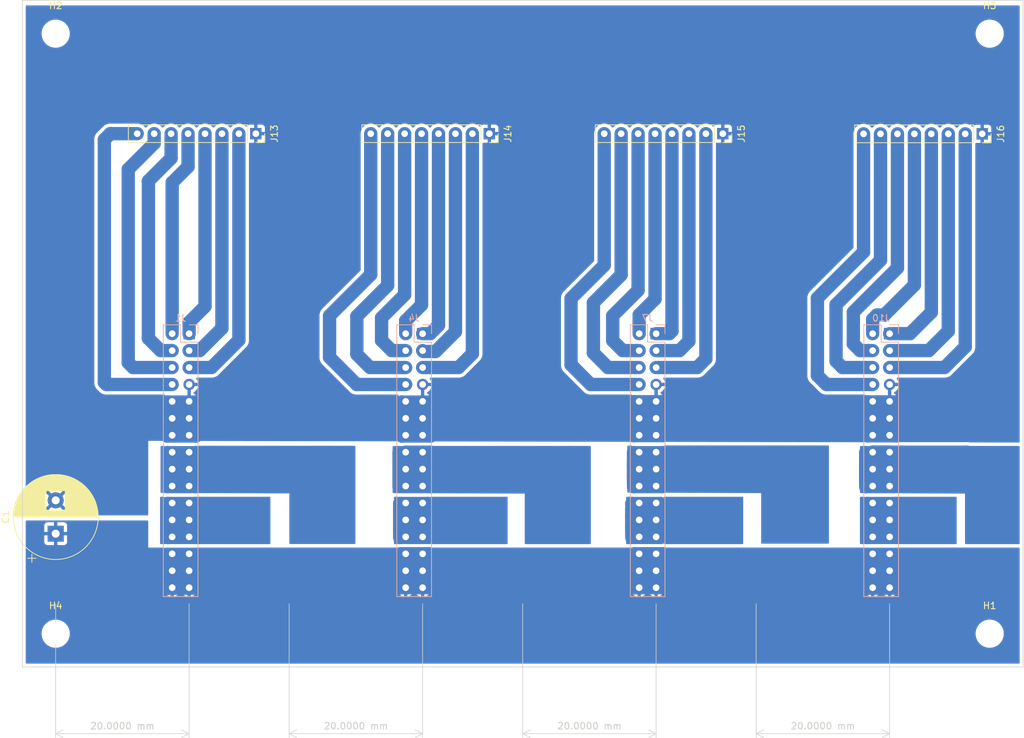
<source format=kicad_pcb>
(kicad_pcb (version 20211014) (generator pcbnew)
  (layers (0 "F.Cu" signal) (31 "B.Cu" signal) (34 "B.Paste" user) (35 "F.Paste" user) (36 "B.SilkS" user "B.Silkscreen") (37 "F.SilkS" user "F.Silkscreen") (38 "B.Mask" user) (39 "F.Mask" user) (44 "Edge.Cuts" user))
  (net 0 "")
  (net 1 "GND")
  (net 2 "1MA")
  (net 3 "1MB")
  (net 4 "+24V")
  (net 5 "2MA")
  (net 6 "2MB")
  (net 7 "3MA")
  (net 8 "3MB")
  (net 9 "4MA")
  (net 10 "4MB")
  (net 11 "1INA")
  (net 12 "1FULL")
  (net 13 "1BRK")
  (net 14 "1INB")
  (net 15 "1PSB")
  (net 16 "1PWM")
  (net 17 "1MOOD")
  (net 18 "2MOOD")
  (net 19 "2PWM")
  (net 20 "2PSB")
  (net 21 "2INB")
  (net 22 "2BRK")
  (net 23 "2FULL")
  (net 24 "2INA")
  (net 25 "3INA")
  (net 26 "3FULL")
  (net 27 "3BRK")
  (net 28 "3INB")
  (net 29 "3PSB")
  (net 30 "3PWM")
  (net 31 "3MOOD")
  (net 32 "4INA")
  (net 33 "4FULL")
  (net 34 "4BRK")
  (net 35 "4INB")
  (net 36 "4PSB")
  (net 37 "4PWM")
  (net 38 "4MOOD")
  (footprint "Capacitor_THT:CP_Radial_D12.5mm_P5.00mm" (layer "F.Cu") (at 105 130 90)
    (fp_text reference "C1" (at 2.5 -7.5 90) (layer "F.SilkS"))
    (fp_text value "C_Polarized")
    (pad "1" thru_hole rect (at 0 0 90) (size 2.4 2.4) (drill 1.2) (layers *.Cu *.Mask) (net 4 "+24V"))
    (pad "2" thru_hole circle (at 5 0 90) (size 2.4 2.4) (drill 1.2) (layers *.Cu *.Mask) (net 1 "GND"))
  )
  (footprint "MountingHole:MountingHole_3.2mm_M3" (layer "F.Cu") (at 245 145)
    (fp_text reference "H1" (at 0 -4.2) (layer "F.SilkS"))
    (fp_text value "MountingHole")
    (pad "" np_thru_hole circle (at 0 0) (size 3.2 3.2) (drill 3.2) (layers *.Cu *.Mask))
  )
  (footprint "Connector_PinSocket_2.54mm:PinSocket_1x08_P2.54mm_Vertical" (layer "F.Cu") (at 170 70 -90)
    (fp_text reference "J14" (at 0 -2.77 90) (layer "F.SilkS"))
    (fp_text value "Conn_01x08")
    (pad "1" thru_hole rect (at 0 0 270) (size 1.7 1.7) (drill 1) (layers *.Cu *.Mask) (net 1 "GND"))
    (pad "2" thru_hole oval (at 0 2.54 270) (size 1.7 1.7) (drill 1) (layers *.Cu *.Mask) (net 20 "2PSB"))
    (pad "3" thru_hole oval (at 0 5.08 270) (size 1.7 1.7) (drill 1) (layers *.Cu *.Mask) (net 22 "2BRK"))
    (pad "4" thru_hole oval (at 0 7.62 270) (size 1.7 1.7) (drill 1) (layers *.Cu *.Mask) (net 24 "2INA"))
    (pad "5" thru_hole oval (at 0 10.16 270) (size 1.7 1.7) (drill 1) (layers *.Cu *.Mask) (net 23 "2FULL"))
    (pad "6" thru_hole oval (at 0 12.7 270) (size 1.7 1.7) (drill 1) (layers *.Cu *.Mask) (net 21 "2INB"))
    (pad "7" thru_hole oval (at 0 15.24 270) (size 1.7 1.7) (drill 1) (layers *.Cu *.Mask) (net 19 "2PWM"))
    (pad "8" thru_hole oval (at 0 17.78 270) (size 1.7 1.7) (drill 1) (layers *.Cu *.Mask) (net 18 "2MOOD"))
  )
  (footprint "MountingHole:MountingHole_3.2mm_M3" (layer "F.Cu") (at 245 55)
    (fp_text reference "H3" (at 0 -4.2) (layer "F.SilkS"))
    (fp_text value "MountingHole")
    (pad "" np_thru_hole circle (at 0 0) (size 3.2 3.2) (drill 3.2) (layers *.Cu *.Mask))
  )
  (footprint "Connector_PinSocket_2.54mm:PinSocket_1x08_P2.54mm_Vertical" (layer "F.Cu") (at 205 70 -90)
    (fp_text reference "J15" (at 0 -2.77 90) (layer "F.SilkS"))
    (fp_text value "Conn_01x08")
    (pad "1" thru_hole rect (at 0 0 270) (size 1.7 1.7) (drill 1) (layers *.Cu *.Mask) (net 1 "GND"))
    (pad "2" thru_hole oval (at 0 2.54 270) (size 1.7 1.7) (drill 1) (layers *.Cu *.Mask) (net 29 "3PSB"))
    (pad "3" thru_hole oval (at 0 5.08 270) (size 1.7 1.7) (drill 1) (layers *.Cu *.Mask) (net 27 "3BRK"))
    (pad "4" thru_hole oval (at 0 7.62 270) (size 1.7 1.7) (drill 1) (layers *.Cu *.Mask) (net 25 "3INA"))
    (pad "5" thru_hole oval (at 0 10.16 270) (size 1.7 1.7) (drill 1) (layers *.Cu *.Mask) (net 26 "3FULL"))
    (pad "6" thru_hole oval (at 0 12.7 270) (size 1.7 1.7) (drill 1) (layers *.Cu *.Mask) (net 28 "3INB"))
    (pad "7" thru_hole oval (at 0 15.24 270) (size 1.7 1.7) (drill 1) (layers *.Cu *.Mask) (net 30 "3PWM"))
    (pad "8" thru_hole oval (at 0 17.78 270) (size 1.7 1.7) (drill 1) (layers *.Cu *.Mask) (net 31 "3MOOD"))
  )
  (footprint "Connector_PinSocket_2.54mm:PinSocket_1x08_P2.54mm_Vertical" (layer "F.Cu") (at 135 70 -90)
    (fp_text reference "J13" (at 0 -2.77 90) (layer "F.SilkS"))
    (fp_text value "Conn_01x08")
    (pad "1" thru_hole rect (at 0 0 270) (size 1.7 1.7) (drill 1) (layers *.Cu *.Mask) (net 1 "GND"))
    (pad "2" thru_hole oval (at 0 2.54 270) (size 1.7 1.7) (drill 1) (layers *.Cu *.Mask) (net 15 "1PSB"))
    (pad "3" thru_hole oval (at 0 5.08 270) (size 1.7 1.7) (drill 1) (layers *.Cu *.Mask) (net 13 "1BRK"))
    (pad "4" thru_hole oval (at 0 7.62 270) (size 1.7 1.7) (drill 1) (layers *.Cu *.Mask) (net 11 "1INA"))
    (pad "5" thru_hole oval (at 0 10.16 270) (size 1.7 1.7) (drill 1) (layers *.Cu *.Mask) (net 12 "1FULL"))
    (pad "6" thru_hole oval (at 0 12.7 270) (size 1.7 1.7) (drill 1) (layers *.Cu *.Mask) (net 14 "1INB"))
    (pad "7" thru_hole oval (at 0 15.24 270) (size 1.7 1.7) (drill 1) (layers *.Cu *.Mask) (net 16 "1PWM"))
    (pad "8" thru_hole oval (at 0 17.78 270) (size 1.7 1.7) (drill 1) (layers *.Cu *.Mask) (net 17 "1MOOD"))
  )
  (footprint "MountingHole:MountingHole_3.2mm_M3" (layer "F.Cu") (at 105 55)
    (fp_text reference "H2" (at 0 -4.2) (layer "F.SilkS"))
    (fp_text value "MountingHole")
    (pad "" np_thru_hole circle (at 0 0) (size 3.2 3.2) (drill 3.2) (layers *.Cu *.Mask))
  )
  (footprint "MountingHole:MountingHole_3.2mm_M3" (layer "F.Cu") (at 105 145)
    (fp_text reference "H4" (at 0 -4.2) (layer "F.SilkS"))
    (fp_text value "MountingHole")
    (pad "" np_thru_hole circle (at 0 0) (size 3.2 3.2) (drill 3.2) (layers *.Cu *.Mask))
  )
  (footprint "Connector_PinSocket_2.54mm:PinSocket_1x08_P2.54mm_Vertical" (layer "F.Cu") (at 243.875 70.025 -90)
    (fp_text reference "J16" (at 0 -2.77 90) (layer "F.SilkS"))
    (fp_text value "Conn_01x08")
    (pad "1" thru_hole rect (at 0 0 270) (size 1.7 1.7) (drill 1) (layers *.Cu *.Mask) (net 1 "GND"))
    (pad "2" thru_hole oval (at 0 2.54 270) (size 1.7 1.7) (drill 1) (layers *.Cu *.Mask) (net 36 "4PSB"))
    (pad "3" thru_hole oval (at 0 5.08 270) (size 1.7 1.7) (drill 1) (layers *.Cu *.Mask) (net 34 "4BRK"))
    (pad "4" thru_hole oval (at 0 7.62 270) (size 1.7 1.7) (drill 1) (layers *.Cu *.Mask) (net 32 "4INA"))
    (pad "5" thru_hole oval (at 0 10.16 270) (size 1.7 1.7) (drill 1) (layers *.Cu *.Mask) (net 33 "4FULL"))
    (pad "6" thru_hole oval (at 0 12.7 270) (size 1.7 1.7) (drill 1) (layers *.Cu *.Mask) (net 35 "4INB"))
    (pad "7" thru_hole oval (at 0 15.24 270) (size 1.7 1.7) (drill 1) (layers *.Cu *.Mask) (net 37 "4PWM"))
    (pad "8" thru_hole oval (at 0 17.78 270) (size 1.7 1.7) (drill 1) (layers *.Cu *.Mask) (net 38 "4MOOD"))
  )
  (footprint "Connector_PinHeader_2.54mm:PinHeader_2x16_P2.54mm_Vertical" (layer "B.Cu") (at 195 100 180)
    (fp_text reference "J7" (at 1.27 2.33) (layer "B.SilkS") (effects (justify mirror)))
    (fp_text value "Conn_02x16_Odd_Even")
    (pad "1" thru_hole rect (at 0 0 180) (size 1.7 1.7) (drill 1) (layers *.Cu *.Mask) (net 25 "3INA"))
    (pad "2" thru_hole oval (at 2.54 0 180) (size 1.7 1.7) (drill 1) (layers *.Cu *.Mask) (net 26 "3FULL"))
    (pad "3" thru_hole oval (at 0 -2.54 180) (size 1.7 1.7) (drill 1) (layers *.Cu *.Mask) (net 27 "3BRK"))
    (pad "4" thru_hole oval (at 2.54 -2.54 180) (size 1.7 1.7) (drill 1) (layers *.Cu *.Mask) (net 28 "3INB"))
    (pad "5" thru_hole oval (at 0 -5.08 180) (size 1.7 1.7) (drill 1) (layers *.Cu *.Mask) (net 29 "3PSB"))
    (pad "6" thru_hole oval (at 2.54 -5.08 180) (size 1.7 1.7) (drill 1) (layers *.Cu *.Mask) (net 30 "3PWM"))
    (pad "7" thru_hole oval (at 0 -7.62 180) (size 1.7 1.7) (drill 1) (layers *.Cu *.Mask) (net 1 "GND"))
    (pad "8" thru_hole oval (at 2.54 -7.62 180) (size 1.7 1.7) (drill 1) (layers *.Cu *.Mask) (net 31 "3MOOD"))
    (pad "9" thru_hole oval (at 0 -10.16 180) (size 1.7 1.7) (drill 1) (layers *.Cu *.Mask) (net 1 "GND"))
    (pad "10" thru_hole oval (at 2.54 -10.16 180) (size 1.7 1.7) (drill 1) (layers *.Cu *.Mask) (net 1 "GND"))
    (pad "11" thru_hole oval (at 0 -12.7 180) (size 1.7 1.7) (drill 1) (layers *.Cu *.Mask) (net 1 "GND"))
    (pad "12" thru_hole oval (at 2.54 -12.7 180) (size 1.7 1.7) (drill 1) (layers *.Cu *.Mask) (net 1 "GND"))
    (pad "13" thru_hole oval (at 0 -15.24 180) (size 1.7 1.7) (drill 1) (layers *.Cu *.Mask) (net 1 "GND"))
    (pad "14" thru_hole oval (at 2.54 -15.24 180) (size 1.7 1.7) (drill 1) (layers *.Cu *.Mask) (net 1 "GND"))
    (pad "15" thru_hole oval (at 0 -17.78 180) (size 1.7 1.7) (drill 1) (layers *.Cu *.Mask) (net 7 "3MA"))
    (pad "16" thru_hole oval (at 2.54 -17.78 180) (size 1.7 1.7) (drill 1) (layers *.Cu *.Mask) (net 7 "3MA"))
    (pad "17" thru_hole oval (at 0 -20.32 180) (size 1.7 1.7) (drill 1) (layers *.Cu *.Mask) (net 7 "3MA"))
    (pad "18" thru_hole oval (at 2.54 -20.32 180) (size 1.7 1.7) (drill 1) (layers *.Cu *.Mask) (net 7 "3MA"))
    (pad "19" thru_hole oval (at 0 -22.86 180) (size 1.7 1.7) (drill 1) (layers *.Cu *.Mask) (net 7 "3MA"))
    (pad "20" thru_hole oval (at 2.54 -22.86 180) (size 1.7 1.7) (drill 1) (layers *.Cu *.Mask) (net 7 "3MA"))
    (pad "21" thru_hole oval (at 0 -25.4 180) (size 1.7 1.7) (drill 1) (layers *.Cu *.Mask) (net 8 "3MB"))
    (pad "22" thru_hole oval (at 2.54 -25.4 180) (size 1.7 1.7) (drill 1) (layers *.Cu *.Mask) (net 8 "3MB"))
    (pad "23" thru_hole oval (at 0 -27.94 180) (size 1.7 1.7) (drill 1) (layers *.Cu *.Mask) (net 8 "3MB"))
    (pad "24" thru_hole oval (at 2.54 -27.94 180) (size 1.7 1.7) (drill 1) (layers *.Cu *.Mask) (net 8 "3MB"))
    (pad "25" thru_hole oval (at 0 -30.48 180) (size 1.7 1.7) (drill 1) (layers *.Cu *.Mask) (net 8 "3MB"))
    (pad "26" thru_hole oval (at 2.54 -30.48 180) (size 1.7 1.7) (drill 1) (layers *.Cu *.Mask) (net 8 "3MB"))
    (pad "27" thru_hole oval (at 0 -33.02 180) (size 1.7 1.7) (drill 1) (layers *.Cu *.Mask) (net 4 "+24V"))
    (pad "28" thru_hole oval (at 2.54 -33.02 180) (size 1.7 1.7) (drill 1) (layers *.Cu *.Mask) (net 4 "+24V"))
    (pad "29" thru_hole oval (at 0 -35.56 180) (size 1.7 1.7) (drill 1) (layers *.Cu *.Mask) (net 4 "+24V"))
    (pad "30" thru_hole oval (at 2.54 -35.56 180) (size 1.7 1.7) (drill 1) (layers *.Cu *.Mask) (net 4 "+24V"))
    (pad "31" thru_hole oval (at 0 -38.1 180) (size 1.7 1.7) (drill 1) (layers *.Cu *.Mask) (net 4 "+24V"))
    (pad "32" thru_hole oval (at 2.54 -38.1 180) (size 1.7 1.7) (drill 1) (layers *.Cu *.Mask) (net 4 "+24V"))
  )
  (footprint "Connector_PinHeader_2.54mm:PinHeader_2x16_P2.54mm_Vertical" (layer "B.Cu") (at 160 100 180)
    (fp_text reference "J4" (at 1.27 2.33) (layer "B.SilkS") (effects (justify mirror)))
    (fp_text value "Conn_02x16_Odd_Even")
    (pad "1" thru_hole rect (at 0 0 180) (size 1.7 1.7) (drill 1) (layers *.Cu *.Mask) (net 24 "2INA"))
    (pad "2" thru_hole oval (at 2.54 0 180) (size 1.7 1.7) (drill 1) (layers *.Cu *.Mask) (net 23 "2FULL"))
    (pad "3" thru_hole oval (at 0 -2.54 180) (size 1.7 1.7) (drill 1) (layers *.Cu *.Mask) (net 22 "2BRK"))
    (pad "4" thru_hole oval (at 2.54 -2.54 180) (size 1.7 1.7) (drill 1) (layers *.Cu *.Mask) (net 21 "2INB"))
    (pad "5" thru_hole oval (at 0 -5.08 180) (size 1.7 1.7) (drill 1) (layers *.Cu *.Mask) (net 20 "2PSB"))
    (pad "6" thru_hole oval (at 2.54 -5.08 180) (size 1.7 1.7) (drill 1) (layers *.Cu *.Mask) (net 19 "2PWM"))
    (pad "7" thru_hole oval (at 0 -7.62 180) (size 1.7 1.7) (drill 1) (layers *.Cu *.Mask) (net 1 "GND"))
    (pad "8" thru_hole oval (at 2.54 -7.62 180) (size 1.7 1.7) (drill 1) (layers *.Cu *.Mask) (net 18 "2MOOD"))
    (pad "9" thru_hole oval (at 0 -10.16 180) (size 1.7 1.7) (drill 1) (layers *.Cu *.Mask) (net 1 "GND"))
    (pad "10" thru_hole oval (at 2.54 -10.16 180) (size 1.7 1.7) (drill 1) (layers *.Cu *.Mask) (net 1 "GND"))
    (pad "11" thru_hole oval (at 0 -12.7 180) (size 1.7 1.7) (drill 1) (layers *.Cu *.Mask) (net 1 "GND"))
    (pad "12" thru_hole oval (at 2.54 -12.7 180) (size 1.7 1.7) (drill 1) (layers *.Cu *.Mask) (net 1 "GND"))
    (pad "13" thru_hole oval (at 0 -15.24 180) (size 1.7 1.7) (drill 1) (layers *.Cu *.Mask) (net 1 "GND"))
    (pad "14" thru_hole oval (at 2.54 -15.24 180) (size 1.7 1.7) (drill 1) (layers *.Cu *.Mask) (net 1 "GND"))
    (pad "15" thru_hole oval (at 0 -17.78 180) (size 1.7 1.7) (drill 1) (layers *.Cu *.Mask) (net 5 "2MA"))
    (pad "16" thru_hole oval (at 2.54 -17.78 180) (size 1.7 1.7) (drill 1) (layers *.Cu *.Mask) (net 5 "2MA"))
    (pad "17" thru_hole oval (at 0 -20.32 180) (size 1.7 1.7) (drill 1) (layers *.Cu *.Mask) (net 5 "2MA"))
    (pad "18" thru_hole oval (at 2.54 -20.32 180) (size 1.7 1.7) (drill 1) (layers *.Cu *.Mask) (net 5 "2MA"))
    (pad "19" thru_hole oval (at 0 -22.86 180) (size 1.7 1.7) (drill 1) (layers *.Cu *.Mask) (net 5 "2MA"))
    (pad "20" thru_hole oval (at 2.54 -22.86 180) (size 1.7 1.7) (drill 1) (layers *.Cu *.Mask) (net 5 "2MA"))
    (pad "21" thru_hole oval (at 0 -25.4 180) (size 1.7 1.7) (drill 1) (layers *.Cu *.Mask) (net 6 "2MB"))
    (pad "22" thru_hole oval (at 2.54 -25.4 180) (size 1.7 1.7) (drill 1) (layers *.Cu *.Mask) (net 6 "2MB"))
    (pad "23" thru_hole oval (at 0 -27.94 180) (size 1.7 1.7) (drill 1) (layers *.Cu *.Mask) (net 6 "2MB"))
    (pad "24" thru_hole oval (at 2.54 -27.94 180) (size 1.7 1.7) (drill 1) (layers *.Cu *.Mask) (net 6 "2MB"))
    (pad "25" thru_hole oval (at 0 -30.48 180) (size 1.7 1.7) (drill 1) (layers *.Cu *.Mask) (net 6 "2MB"))
    (pad "26" thru_hole oval (at 2.54 -30.48 180) (size 1.7 1.7) (drill 1) (layers *.Cu *.Mask) (net 6 "2MB"))
    (pad "27" thru_hole oval (at 0 -33.02 180) (size 1.7 1.7) (drill 1) (layers *.Cu *.Mask) (net 4 "+24V"))
    (pad "28" thru_hole oval (at 2.54 -33.02 180) (size 1.7 1.7) (drill 1) (layers *.Cu *.Mask) (net 4 "+24V"))
    (pad "29" thru_hole oval (at 0 -35.56 180) (size 1.7 1.7) (drill 1) (layers *.Cu *.Mask) (net 4 "+24V"))
    (pad "30" thru_hole oval (at 2.54 -35.56 180) (size 1.7 1.7) (drill 1) (layers *.Cu *.Mask) (net 4 "+24V"))
    (pad "31" thru_hole oval (at 0 -38.1 180) (size 1.7 1.7) (drill 1) (layers *.Cu *.Mask) (net 4 "+24V"))
    (pad "32" thru_hole oval (at 2.54 -38.1 180) (size 1.7 1.7) (drill 1) (layers *.Cu *.Mask) (net 4 "+24V"))
  )
  (footprint "Connector_PinHeader_2.54mm:PinHeader_2x16_P2.54mm_Vertical" (layer "B.Cu") (at 230 100 180)
    (fp_text reference "J10" (at 1.27 2.33) (layer "B.SilkS") (effects (justify mirror)))
    (fp_text value "Conn_02x16_Odd_Even")
    (pad "1" thru_hole rect (at 0 0 180) (size 1.7 1.7) (drill 1) (layers *.Cu *.Mask) (net 32 "4INA"))
    (pad "2" thru_hole oval (at 2.54 0 180) (size 1.7 1.7) (drill 1) (layers *.Cu *.Mask) (net 33 "4FULL"))
    (pad "3" thru_hole oval (at 0 -2.54 180) (size 1.7 1.7) (drill 1) (layers *.Cu *.Mask) (net 34 "4BRK"))
    (pad "4" thru_hole oval (at 2.54 -2.54 180) (size 1.7 1.7) (drill 1) (layers *.Cu *.Mask) (net 35 "4INB"))
    (pad "5" thru_hole oval (at 0 -5.08 180) (size 1.7 1.7) (drill 1) (layers *.Cu *.Mask) (net 36 "4PSB"))
    (pad "6" thru_hole oval (at 2.54 -5.08 180) (size 1.7 1.7) (drill 1) (layers *.Cu *.Mask) (net 37 "4PWM"))
    (pad "7" thru_hole oval (at 0 -7.62 180) (size 1.7 1.7) (drill 1) (layers *.Cu *.Mask) (net 1 "GND"))
    (pad "8" thru_hole oval (at 2.54 -7.62 180) (size 1.7 1.7) (drill 1) (layers *.Cu *.Mask) (net 38 "4MOOD"))
    (pad "9" thru_hole oval (at 0 -10.16 180) (size 1.7 1.7) (drill 1) (layers *.Cu *.Mask) (net 1 "GND"))
    (pad "10" thru_hole oval (at 2.54 -10.16 180) (size 1.7 1.7) (drill 1) (layers *.Cu *.Mask) (net 1 "GND"))
    (pad "11" thru_hole oval (at 0 -12.7 180) (size 1.7 1.7) (drill 1) (layers *.Cu *.Mask) (net 1 "GND"))
    (pad "12" thru_hole oval (at 2.54 -12.7 180) (size 1.7 1.7) (drill 1) (layers *.Cu *.Mask) (net 1 "GND"))
    (pad "13" thru_hole oval (at 0 -15.24 180) (size 1.7 1.7) (drill 1) (layers *.Cu *.Mask) (net 1 "GND"))
    (pad "14" thru_hole oval (at 2.54 -15.24 180) (size 1.7 1.7) (drill 1) (layers *.Cu *.Mask) (net 1 "GND"))
    (pad "15" thru_hole oval (at 0 -17.78 180) (size 1.7 1.7) (drill 1) (layers *.Cu *.Mask) (net 9 "4MA"))
    (pad "16" thru_hole oval (at 2.54 -17.78 180) (size 1.7 1.7) (drill 1) (layers *.Cu *.Mask) (net 9 "4MA"))
    (pad "17" thru_hole oval (at 0 -20.32 180) (size 1.7 1.7) (drill 1) (layers *.Cu *.Mask) (net 9 "4MA"))
    (pad "18" thru_hole oval (at 2.54 -20.32 180) (size 1.7 1.7) (drill 1) (layers *.Cu *.Mask) (net 9 "4MA"))
    (pad "19" thru_hole oval (at 0 -22.86 180) (size 1.7 1.7) (drill 1) (layers *.Cu *.Mask) (net 9 "4MA"))
    (pad "20" thru_hole oval (at 2.54 -22.86 180) (size 1.7 1.7) (drill 1) (layers *.Cu *.Mask) (net 9 "4MA"))
    (pad "21" thru_hole oval (at 0 -25.4 180) (size 1.7 1.7) (drill 1) (layers *.Cu *.Mask) (net 10 "4MB"))
    (pad "22" thru_hole oval (at 2.54 -25.4 180) (size 1.7 1.7) (drill 1) (layers *.Cu *.Mask) (net 10 "4MB"))
    (pad "23" thru_hole oval (at 0 -27.94 180) (size 1.7 1.7) (drill 1) (layers *.Cu *.Mask) (net 10 "4MB"))
    (pad "24" thru_hole oval (at 2.54 -27.94 180) (size 1.7 1.7) (drill 1) (layers *.Cu *.Mask) (net 10 "4MB"))
    (pad "25" thru_hole oval (at 0 -30.48 180) (size 1.7 1.7) (drill 1) (layers *.Cu *.Mask) (net 10 "4MB"))
    (pad "26" thru_hole oval (at 2.54 -30.48 180) (size 1.7 1.7) (drill 1) (layers *.Cu *.Mask) (net 10 "4MB"))
    (pad "27" thru_hole oval (at 0 -33.02 180) (size 1.7 1.7) (drill 1) (layers *.Cu *.Mask) (net 4 "+24V"))
    (pad "28" thru_hole oval (at 2.54 -33.02 180) (size 1.7 1.7) (drill 1) (layers *.Cu *.Mask) (net 4 "+24V"))
    (pad "29" thru_hole oval (at 0 -35.56 180) (size 1.7 1.7) (drill 1) (layers *.Cu *.Mask) (net 4 "+24V"))
    (pad "30" thru_hole oval (at 2.54 -35.56 180) (size 1.7 1.7) (drill 1) (layers *.Cu *.Mask) (net 4 "+24V"))
    (pad "31" thru_hole oval (at 0 -38.1 180) (size 1.7 1.7) (drill 1) (layers *.Cu *.Mask) (net 4 "+24V"))
    (pad "32" thru_hole oval (at 2.54 -38.1 180) (size 1.7 1.7) (drill 1) (layers *.Cu *.Mask) (net 4 "+24V"))
  )
  (footprint "Connector_PinHeader_2.54mm:PinHeader_2x16_P2.54mm_Vertical" (layer "B.Cu") (at 125 100 180)
    (fp_text reference "J1" (at 1.27 2.33) (layer "B.SilkS") (effects (justify mirror)))
    (fp_text value "Conn_02x16_Odd_Even")
    (pad "1" thru_hole rect (at 0 0 180) (size 1.7 1.7) (drill 1) (layers *.Cu *.Mask) (net 11 "1INA"))
    (pad "2" thru_hole oval (at 2.54 0 180) (size 1.7 1.7) (drill 1) (layers *.Cu *.Mask) (net 12 "1FULL"))
    (pad "3" thru_hole oval (at 0 -2.54 180) (size 1.7 1.7) (drill 1) (layers *.Cu *.Mask) (net 13 "1BRK"))
    (pad "4" thru_hole oval (at 2.54 -2.54 180) (size 1.7 1.7) (drill 1) (layers *.Cu *.Mask) (net 14 "1INB"))
    (pad "5" thru_hole oval (at 0 -5.08 180) (size 1.7 1.7) (drill 1) (layers *.Cu *.Mask) (net 15 "1PSB"))
    (pad "6" thru_hole oval (at 2.54 -5.08 180) (size 1.7 1.7) (drill 1) (layers *.Cu *.Mask) (net 16 "1PWM"))
    (pad "7" thru_hole oval (at 0 -7.62 180) (size 1.7 1.7) (drill 1) (layers *.Cu *.Mask) (net 1 "GND"))
    (pad "8" thru_hole oval (at 2.54 -7.62 180) (size 1.7 1.7) (drill 1) (layers *.Cu *.Mask) (net 17 "1MOOD"))
    (pad "9" thru_hole oval (at 0 -10.16 180) (size 1.7 1.7) (drill 1) (layers *.Cu *.Mask) (net 1 "GND"))
    (pad "10" thru_hole oval (at 2.54 -10.16 180) (size 1.7 1.7) (drill 1) (layers *.Cu *.Mask) (net 1 "GND"))
    (pad "11" thru_hole oval (at 0 -12.7 180) (size 1.7 1.7) (drill 1) (layers *.Cu *.Mask) (net 1 "GND"))
    (pad "12" thru_hole oval (at 2.54 -12.7 180) (size 1.7 1.7) (drill 1) (layers *.Cu *.Mask) (net 1 "GND"))
    (pad "13" thru_hole oval (at 0 -15.24 180) (size 1.7 1.7) (drill 1) (layers *.Cu *.Mask) (net 1 "GND"))
    (pad "14" thru_hole oval (at 2.54 -15.24 180) (size 1.7 1.7) (drill 1) (layers *.Cu *.Mask) (net 1 "GND"))
    (pad "15" thru_hole oval (at 0 -17.78 180) (size 1.7 1.7) (drill 1) (layers *.Cu *.Mask) (net 2 "1MA"))
    (pad "16" thru_hole oval (at 2.54 -17.78 180) (size 1.7 1.7) (drill 1) (layers *.Cu *.Mask) (net 2 "1MA"))
    (pad "17" thru_hole oval (at 0 -20.32 180) (size 1.7 1.7) (drill 1) (layers *.Cu *.Mask) (net 2 "1MA"))
    (pad "18" thru_hole oval (at 2.54 -20.32 180) (size 1.7 1.7) (drill 1) (layers *.Cu *.Mask) (net 2 "1MA"))
    (pad "19" thru_hole oval (at 0 -22.86 180) (size 1.7 1.7) (drill 1) (layers *.Cu *.Mask) (net 2 "1MA"))
    (pad "20" thru_hole oval (at 2.54 -22.86 180) (size 1.7 1.7) (drill 1) (layers *.Cu *.Mask) (net 2 "1MA"))
    (pad "21" thru_hole oval (at 0 -25.4 180) (size 1.7 1.7) (drill 1) (layers *.Cu *.Mask) (net 3 "1MB"))
    (pad "22" thru_hole oval (at 2.54 -25.4 180) (size 1.7 1.7) (drill 1) (layers *.Cu *.Mask) (net 3 "1MB"))
    (pad "23" thru_hole oval (at 0 -27.94 180) (size 1.7 1.7) (drill 1) (layers *.Cu *.Mask) (net 3 "1MB"))
    (pad "24" thru_hole oval (at 2.54 -27.94 180) (size 1.7 1.7) (drill 1) (layers *.Cu *.Mask) (net 3 "1MB"))
    (pad "25" thru_hole oval (at 0 -30.48 180) (size 1.7 1.7) (drill 1) (layers *.Cu *.Mask) (net 3 "1MB"))
    (pad "26" thru_hole oval (at 2.54 -30.48 180) (size 1.7 1.7) (drill 1) (layers *.Cu *.Mask) (net 3 "1MB"))
    (pad "27" thru_hole oval (at 0 -33.02 180) (size 1.7 1.7) (drill 1) (layers *.Cu *.Mask) (net 4 "+24V"))
    (pad "28" thru_hole oval (at 2.54 -33.02 180) (size 1.7 1.7) (drill 1) (layers *.Cu *.Mask) (net 4 "+24V"))
    (pad "29" thru_hole oval (at 0 -35.56 180) (size 1.7 1.7) (drill 1) (layers *.Cu *.Mask) (net 4 "+24V"))
    (pad "30" thru_hole oval (at 2.54 -35.56 180) (size 1.7 1.7) (drill 1) (layers *.Cu *.Mask) (net 4 "+24V"))
    (pad "31" thru_hole oval (at 0 -38.1 180) (size 1.7 1.7) (drill 1) (layers *.Cu *.Mask) (net 4 "+24V"))
    (pad "32" thru_hole oval (at 2.54 -38.1 180) (size 1.7 1.7) (drill 1) (layers *.Cu *.Mask) (net 4 "+24V"))
  )
  (gr_rect (start 100 50) (end 250 150) (layer "Edge.Cuts") (width 0.1) (fill none))
  (dimension (type aligned) (layer "Edge.Cuts") (pts (xy 160 140) (xy 140 140)) (height -20) (gr_text "20.0000 mm" (at 150 158.85) (layer "Edge.Cuts") (effects (font (size 1 1) (thickness 0.15)))) (format (units 3) (units_format 1) (precision 4)) (style (thickness 0.1) (arrow_length 1.27) (text_position_mode 0) (extension_height 0.58642) (extension_offset 0.5) keep_text_aligned))
  (dimension (type aligned) (layer "Edge.Cuts") (pts (xy 230 140) (xy 210 140)) (height -20) (gr_text "20.0000 mm" (at 220 158.85) (layer "Edge.Cuts") (effects (font (size 1 1) (thickness 0.15)))) (format (units 3) (units_format 1) (precision 4)) (style (thickness 0.1) (arrow_length 1.27) (text_position_mode 0) (extension_height 0.58642) (extension_offset 0.5) keep_text_aligned))
  (dimension (type aligned) (layer "Edge.Cuts") (pts (xy 195 140) (xy 175 140)) (height -20) (gr_text "20.0000 mm" (at 185 158.85) (layer "Edge.Cuts") (effects (font (size 1 1) (thickness 0.15)))) (format (units 3) (units_format 1) (precision 4)) (style (thickness 0.1) (arrow_length 1.27) (text_position_mode 0) (extension_height 0.58642) (extension_offset 0.5) keep_text_aligned))
  (dimension (type aligned) (layer "Edge.Cuts") (pts (xy 125 140) (xy 105 140)) (height -20) (gr_text "20.0000 mm" (at 115 158.85) (layer "Edge.Cuts") (effects (font (size 1 1) (thickness 0.15)))) (format (units 3) (units_format 1) (precision 4)) (style (thickness 0.1) (arrow_length 1.27) (text_position_mode 0) (extension_height 0.58642) (extension_offset 0.5) keep_text_aligned))
  (segment (start 126.0221 115.3414) (end 121.7803 115.3414) (width 2) (layer "B.Cu") (net 1))
  (segment (start 161.1376 114.4905) (end 161.1376 110.2487) (width 2) (layer "B.Cu") (net 1))
  (segment (start 125.9586 114.4905) (end 125.9586 110.2487) (width 2) (layer "B.Cu") (net 1))
  (segment (start 156.8958 110.2614) (end 161.1376 110.2614) (width 2) (layer "B.Cu") (net 1))
  (segment (start 191.643 115.316) (end 191.643 111.0742) (width 2) (layer "B.Cu") (net 1))
  (segment (start 191.6303 113.7412) (end 195.8721 113.7412) (width 2) (layer "B.Cu") (net 1))
  (segment (start 226.695 110.236) (end 230.9368 110.236) (width 2) (layer "B.Cu") (net 1))
  (segment (start 226.695 115.3414) (end 226.695 111.0996) (width 2) (layer "B.Cu") (net 1))
  (segment (start 191.6303 111.9886) (end 195.8721 111.9886) (width 2) (layer "B.Cu") (net 1))
  (segment (start 195.9483 115.2906) (end 191.7065 115.2906) (width 2) (layer "B.Cu") (net 1))
  (segment (start 121.7168 114.4905) (end 121.7168 110.2487) (width 2) (layer "B.Cu") (net 1))
  (segment (start 121.7168 115.3668) (end 121.7168 111.125) (width 2) (layer "B.Cu") (net 1))
  (segment (start 121.7041 112.0394) (end 125.9459 112.0394) (width 2) (layer "B.Cu") (net 1))
  (segment (start 230.9368 114.4651) (end 230.9368 110.2233) (width 2) (layer "B.Cu") (net 1))
  (segment (start 226.695 114.4651) (end 226.695 110.2233) (width 2) (layer "B.Cu") (net 1))
  (segment (start 226.6823 113.7666) (end 230.9241 113.7666) (width 2) (layer "B.Cu") (net 1))
  (segment (start 121.7168 110.2614) (end 125.9586 110.2614) (width 2) (layer "B.Cu") (net 1))
  (segment (start 195.9356 115.3033) (end 195.9356 111.0615) (width 2) (layer "B.Cu") (net 1))
  (segment (start 226.6823 112.014) (end 230.9241 112.014) (width 2) (layer "B.Cu") (net 1))
  (segment (start 121.7041 113.792) (end 125.9459 113.792) (width 2) (layer "B.Cu") (net 1))
  (segment (start 161.2011 115.3414) (end 156.9593 115.3414) (width 2) (layer "B.Cu") (net 1))
  (segment (start 156.8831 112.0394) (end 161.1249 112.0394) (width 2) (layer "B.Cu") (net 1))
  (segment (start 161.1884 115.3541) (end 161.1884 111.1123) (width 2) (layer "B.Cu") (net 1))
  (segment (start 191.643 110.2106) (end 195.8848 110.2106) (width 2) (layer "B.Cu") (net 1))
  (segment (start 231.0003 115.316) (end 226.7585 115.316) (width 2) (layer "B.Cu") (net 1))
  (segment (start 156.8831 113.792) (end 161.1249 113.792) (width 2) (layer "B.Cu") (net 1))
  (segment (start 230.9876 115.3287) (end 230.9876 111.0869) (width 2) (layer "B.Cu") (net 1))
  (segment (start 156.8958 115.3668) (end 156.8958 111.125) (width 2) (layer "B.Cu") (net 1))
  (segment (start 195.8848 114.4397) (end 195.8848 110.1979) (width 2) (layer "B.Cu") (net 1))
  (segment (start 156.8958 114.4905) (end 156.8958 110.2487) (width 2) (layer "B.Cu") (net 1))
  (segment (start 126.0094 115.3541) (end 126.0094 111.1123) (width 2) (layer "B.Cu") (net 1))
  (segment (start 191.643 114.4397) (end 191.643 110.1979) (width 2) (layer "B.Cu") (net 1))
  (segment (start 121.7676 117.856) (end 126.0094 117.856) (width 2) (layer "B.Cu") (net 2))
  (segment (start 121.7676 122.9614) (end 121.7676 118.7196) (width 2) (layer "B.Cu") (net 2))
  (segment (start 121.7549 119.634) (end 125.9967 119.634) (width 2) (layer "B.Cu") (net 2))
  (segment (start 121.7549 121.3866) (end 125.9967 121.3866) (width 2) (layer "B.Cu") (net 2))
  (segment (start 126.0094 122.0851) (end 126.0094 117.8433) (width 2) (layer "B.Cu") (net 2))
  (segment (start 121.7676 122.0851) (end 121.7676 117.8433) (width 2) (layer "B.Cu") (net 2))
  (segment (start 126.0602 122.9487) (end 126.0602 118.7069) (width 2) (layer "B.Cu") (net 2))
  (segment (start 126.0729 122.936) (end 121.8311 122.936) (width 2) (layer "B.Cu") (net 2))
  (segment (start 121.7549 127.254) (end 125.9967 127.254) (width 2) (layer "B.Cu") (net 3))
  (segment (start 126.0602 130.5687) (end 126.0602 126.3269) (width 2) (layer "B.Cu") (net 3))
  (segment (start 121.7549 129.0066) (end 125.9967 129.0066) (width 2) (layer "B.Cu") (net 3))
  (segment (start 121.7676 125.476) (end 126.0094 125.476) (width 2) (layer "B.Cu") (net 3))
  (segment (start 121.7676 129.7051) (end 121.7676 125.4633) (width 2) (layer "B.Cu") (net 3))
  (segment (start 126.0094 129.7051) (end 126.0094 125.4633) (width 2) (layer "B.Cu") (net 3))
  (segment (start 126.0729 130.556) (end 121.8311 130.556) (width 2) (layer "B.Cu") (net 3))
  (segment (start 121.7676 130.5814) (end 121.7676 126.3396) (width 2) (layer "B.Cu") (net 3))
  (segment (start 156.7053 136.5504) (end 160.9471 136.5504) (width 2) (layer "B.Cu") (net 4))
  (segment (start 196.0753 138.0998) (end 191.8335 138.0998) (width 2) (layer "B.Cu") (net 4))
  (segment (start 156.718 137.2489) (end 156.718 133.0071) (width 2) (layer "B.Cu") (net 4))
  (segment (start 230.9114 137.3251) (end 230.9114 133.0833) (width 2) (layer "B.Cu") (net 4))
  (segment (start 226.6569 134.874) (end 230.8987 134.874) (width 2) (layer "B.Cu") (net 4))
  (segment (start 126.0094 137.3251) (end 126.0094 133.0833) (width 2) (layer "B.Cu") (net 4))
  (segment (start 226.6569 136.6266) (end 230.8987 136.6266) (width 2) (layer "B.Cu") (net 4))
  (segment (start 161.0106 138.1125) (end 161.0106 133.8707) (width 2) (layer "B.Cu") (net 4))
  (segment (start 226.6696 133.096) (end 230.9114 133.096) (width 2) (layer "B.Cu") (net 4))
  (segment (start 121.7676 138.2014) (end 121.7676 133.9596) (width 2) (layer "B.Cu") (net 4))
  (segment (start 156.7053 134.7978) (end 160.9471 134.7978) (width 2) (layer "B.Cu") (net 4))
  (segment (start 226.6696 137.3251) (end 226.6696 133.0833) (width 2) (layer "B.Cu") (net 4))
  (segment (start 230.9749 138.176) (end 226.7331 138.176) (width 2) (layer "B.Cu") (net 4))
  (segment (start 230.9622 138.1887) (end 230.9622 133.9469) (width 2) (layer "B.Cu") (net 4))
  (segment (start 156.718 138.1252) (end 156.718 133.8834) (width 2) (layer "B.Cu") (net 4))
  (segment (start 226.6696 138.2014) (end 226.6696 133.9596) (width 2) (layer "B.Cu") (net 4))
  (segment (start 191.7573 136.5504) (end 195.9991 136.5504) (width 2) (layer "B.Cu") (net 4))
  (segment (start 121.7676 133.096) (end 126.0094 133.096) (width 2) (layer "B.Cu") (net 4))
  (segment (start 196.0626 138.1125) (end 196.0626 133.8707) (width 2) (layer "B.Cu") (net 4))
  (segment (start 161.0233 138.0998) (end 156.7815 138.0998) (width 2) (layer "B.Cu") (net 4))
  (segment (start 121.7676 137.3251) (end 121.7676 133.0833) (width 2) (layer "B.Cu") (net 4))
  (segment (start 191.77 137.2489) (end 191.77 133.0071) (width 2) (layer "B.Cu") (net 4))
  (segment (start 160.9598 137.2489) (end 160.9598 133.0071) (width 2) (layer "B.Cu") (net 4))
  (segment (start 191.77 138.1252) (end 191.77 133.8834) (width 2) (layer "B.Cu") (net 4))
  (segment (start 191.77 133.0198) (end 196.0118 133.0198) (width 2) (layer "B.Cu") (net 4))
  (segment (start 121.7549 136.6266) (end 125.9967 136.6266) (width 2) (layer "B.Cu") (net 4))
  (segment (start 126.0602 138.1887) (end 126.0602 133.9469) (width 2) (layer "B.Cu") (net 4))
  (segment (start 156.718 133.0198) (end 160.9598 133.0198) (width 2) (layer "B.Cu") (net 4))
  (segment (start 191.7573 134.7978) (end 195.9991 134.7978) (width 2) (layer "B.Cu") (net 4))
  (segment (start 126.0729 138.176) (end 121.8311 138.176) (width 2) (layer "B.Cu") (net 4))
  (segment (start 196.0118 137.2489) (end 196.0118 133.0071) (width 2) (layer "B.Cu") (net 4))
  (segment (start 121.7549 134.874) (end 125.9967 134.874) (width 2) (layer "B.Cu") (net 4))
  (segment (start 156.464 117.856) (end 157.536 117.856) (width 2) (layer "B.Cu") (net 5))
  (segment (start 157.46 122.86) (end 157.46 117.78) (width 2) (layer "B.Cu") (net 5))
  (segment (start 161.544 118.11) (end 161.544 122.682) (width 2) (layer "B.Cu") (net 5))
  (segment (start 161.29 122.936) (end 156.464 122.936) (width 2) (layer "B.Cu") (net 5))
  (segment (start 157.46 117.78) (end 161.214 117.78) (width 2) (layer "B.Cu") (net 5))
  (segment (start 157.46 120.32) (end 160 122.86) (width 2) (layer "B.Cu") (net 5))
  (segment (start 156.464 122.936) (end 156.464 117.856) (width 2) (layer "B.Cu") (net 5))
  (segment (start 157.536 117.856) (end 160 120.32) (width 2) (layer "B.Cu") (net 5))
  (segment (start 161.214 117.78) (end 161.544 118.11) (width 2) (layer "B.Cu") (net 5))
  (segment (start 160 117.78) (end 160 122.86) (width 2) (layer "B.Cu") (net 5))
  (segment (start 161.544 122.682) (end 161.29 122.936) (width 2) (layer "B.Cu") (net 5))
  (segment (start 156.5529 129.0066) (end 160.7947 129.0066) (width 2) (layer "B.Cu") (net 6))
  (segment (start 160.8582 130.5687) (end 160.8582 126.3269) (width 2) (layer "B.Cu") (net 6))
  (segment (start 156.5656 130.5814) (end 156.5656 126.3396) (width 2) (layer "B.Cu") (net 6))
  (segment (start 156.5656 125.476) (end 160.8074 125.476) (width 2) (layer "B.Cu") (net 6))
  (segment (start 156.5656 129.7051) (end 156.5656 125.4633) (width 2) (layer "B.Cu") (net 6))
  (segment (start 160.8709 130.556) (end 156.6291 130.556) (width 2) (layer "B.Cu") (net 6))
  (segment (start 156.5529 127.254) (end 160.7947 127.254) (width 2) (layer "B.Cu") (net 6))
  (segment (start 160.8074 129.7051) (end 160.8074 125.4633) (width 2) (layer "B.Cu") (net 6))
  (segment (start 191.6049 121.3866) (end 195.8467 121.3866) (width 2) (layer "B.Cu") (net 7))
  (segment (start 195.9229 122.936) (end 191.6811 122.936) (width 2) (layer "B.Cu") (net 7))
  (segment (start 191.6176 122.9614) (end 191.6176 118.7196) (width 2) (layer "B.Cu") (net 7))
  (segment (start 195.9102 122.9487) (end 195.9102 118.7069) (width 2) (layer "B.Cu") (net 7))
  (segment (start 191.6176 122.0851) (end 191.6176 117.8433) (width 2) (layer "B.Cu") (net 7))
  (segment (start 195.8594 122.0851) (end 195.8594 117.8433) (width 2) (layer "B.Cu") (net 7))
  (segment (start 191.6049 119.634) (end 195.8467 119.634) (width 2) (layer "B.Cu") (net 7))
  (segment (start 191.6176 117.856) (end 195.8594 117.856) (width 2) (layer "B.Cu") (net 7))
  (segment (start 191.3636 130.5814) (end 191.3636 126.3396) (width 2) (layer "B.Cu") (net 8))
  (segment (start 191.3636 129.7051) (end 191.3636 125.4633) (width 2) (layer "B.Cu") (net 8))
  (segment (start 195.6054 129.7051) (end 195.6054 125.4633) (width 2) (layer "B.Cu") (net 8))
  (segment (start 191.3509 127.254) (end 195.5927 127.254) (width 2) (layer "B.Cu") (net 8))
  (segment (start 195.6562 130.5687) (end 195.6562 126.3269) (width 2) (layer "B.Cu") (net 8))
  (segment (start 191.3509 129.0066) (end 195.5927 129.0066) (width 2) (layer "B.Cu") (net 8))
  (segment (start 191.3636 125.476) (end 195.6054 125.476) (width 2) (layer "B.Cu") (net 8))
  (segment (start 195.6689 130.556) (end 191.4271 130.556) (width 2) (layer "B.Cu") (net 8))
  (segment (start 226.4029 121.3866) (end 230.6447 121.3866) (width 2) (layer "B.Cu") (net 9))
  (segment (start 241.605 117.78) (end 244.0051 120.1801) (width 2) (layer "B.Cu") (net 9))
  (segment (start 227.46 122.86) (end 230 120.32) (width 2) (layer "B.Cu") (net 9))
  (segment (start 230.7082 122.9487) (end 230.7082 118.7069) (width 2) (layer "B.Cu") (net 9))
  (segment (start 231.1654 120.396) (end 231.1654 121.6946) (width 2) (layer "B.Cu") (net 9))
  (segment (start 226.4029 119.634) (end 230.6447 119.634) (width 2) (layer "B.Cu") (net 9))
  (segment (start 230.7209 122.936) (end 226.4791 122.936) (width 2) (layer "B.Cu") (net 9))
  (segment (start 227.46 117.78) (end 230.076 120.396) (width 2) (layer "B.Cu") (net 9))
  (segment (start 230.6574 122.0851) (end 230.6574 117.8433) (width 2) (layer "B.Cu") (net 9))
  (segment (start 230 122.86) (end 230 117.78) (width 2) (layer "B.Cu") (net 9))
  (segment (start 241.3252 122.86) (end 227.46 122.86) (width 2) (layer "B.Cu") (net 9))
  (segment (start 230.076 120.396) (end 231.1654 120.396) (width 2) (layer "B.Cu") (net 9))
  (segment (start 226.4156 117.856) (end 230.6574 117.856) (width 2) (layer "B.Cu") (net 9))
  (segment (start 244.0051 120.1801) (end 241.3252 122.86) (width 2) (layer "B.Cu") (net 9))
  (segment (start 230 122.86) (end 230 120.32) (width 2) (layer "B.Cu") (net 9))
  (segment (start 226.4156 122.9614) (end 226.4156 118.7196) (width 2) (layer "B.Cu") (net 9))
  (segment (start 226.4156 122.0851) (end 226.4156 117.8433) (width 2) (layer "B.Cu") (net 9))
  (segment (start 227.46 120.32) (end 230 120.32) (width 2) (layer "B.Cu") (net 9))
  (segment (start 227.46 117.78) (end 241.605 117.78) (width 2) (layer "B.Cu") (net 9))
  (segment (start 230 117.78) (end 227.46 117.78) (width 2) (layer "B.Cu") (net 9))
  (segment (start 227.46 122.86) (end 230 122.86) (width 2) (layer "B.Cu") (net 9))
  (segment (start 231.1654 121.6946) (end 230 122.86) (width 2) (layer "B.Cu") (net 9))
  (segment (start 230 120.32) (end 227.46 117.78) (width 2) (layer "B.Cu") (net 9))
  (segment (start 230.9622 130.5687) (end 230.9622 126.3269) (width 2) (layer "B.Cu") (net 10))
  (segment (start 226.6569 127.254) (end 230.8987 127.254) (width 2) (layer "B.Cu") (net 10))
  (segment (start 230.9114 129.7051) (end 230.9114 125.4633) (width 2) (layer "B.Cu") (net 10))
  (segment (start 230.9749 130.556) (end 226.7331 130.556) (width 2) (layer "B.Cu") (net 10))
  (segment (start 226.6696 125.476) (end 230.9114 125.476) (width 2) (layer "B.Cu") (net 10))
  (segment (start 226.6569 129.0066) (end 230.8987 129.0066) (width 2) (layer "B.Cu") (net 10))
  (segment (start 226.6696 130.5814) (end 226.6696 126.3396) (width 2) (layer "B.Cu") (net 10))
  (segment (start 226.6696 129.7051) (end 226.6696 125.4633) (width 2) (layer "B.Cu") (net 10))
  (segment (start 127.38 70) (end 127.38 95.9114) (width 2) (layer "B.Cu") (net 11))
  (segment (start 125 98.2914) (end 125 100) (width 2) (layer "B.Cu") (net 11))
  (segment (start 127.38 95.9114) (end 125 98.2914) (width 2) (layer "B.Cu") (net 11))
  (segment (start 122.46 77.3364) (end 124.84 74.9564) (width 2) (layer "B.Cu") (net 12))
  (segment (start 124.84 74.9564) (end 124.84 70) (width 2) (layer "B.Cu") (net 12))
  (segment (start 122.46 100) (end 122.46 77.3364) (width 2) (layer "B.Cu") (net 12))
  (segment (start 125 102.54) (end 126.568 102.54) (width 2) (layer "B.Cu") (net 13))
  (segment (start 126.568 102.54) (end 129.92 99.188) (width 2) (layer "B.Cu") (net 13))
  (segment (start 129.92 99.188) (end 129.92 70) (width 2) (layer "B.Cu") (net 13))
  (segment (start 122.3 73.6864) (end 118.8974 77.089) (width 2) (layer "B.Cu") (net 14))
  (segment (start 118.8974 77.089) (end 118.8974 100.711) (width 2) (layer "B.Cu") (net 14))
  (segment (start 120.7264 102.54) (end 122.46 102.54) (width 2) (layer "B.Cu") (net 14))
  (segment (start 118.8974 100.711) (end 120.7264 102.54) (width 2) (layer "B.Cu") (net 14))
  (segment (start 122.3 70) (end 122.3 73.6864) (width 2) (layer "B.Cu") (net 14))
  (segment (start 132.46 70) (end 132.46 100.966) (width 2) (layer "B.Cu") (net 15))
  (segment (start 132.46 100.966) (end 128.346 105.08) (width 2) (layer "B.Cu") (net 15))
  (segment (start 128.346 105.08) (end 125 105.08) (width 2) (layer "B.Cu") (net 15))
  (segment (start 122.46 105.08) (end 116.6116 105.08) (width 2) (layer "B.Cu") (net 16))
  (segment (start 115.8748 104.3432) (end 115.8748 75.3364) (width 2) (layer "B.Cu") (net 16))
  (segment (start 115.8748 75.3364) (end 119.76 71.4512) (width 2) (layer "B.Cu") (net 16))
  (segment (start 116.6116 105.08) (end 115.8748 104.3432) (width 2) (layer "B.Cu") (net 16))
  (segment (start 119.76 71.4512) (end 119.76 70) (width 2) (layer "B.Cu") (net 16))
  (segment (start 112.2934 70.8914) (end 112.2934 107.315) (width 2) (layer "B.Cu") (net 17))
  (segment (start 113.1848 70) (end 112.2934 70.8914) (width 2) (layer "B.Cu") (net 17))
  (segment (start 112.5984 107.62) (end 122.46 107.62) (width 2) (layer "B.Cu") (net 17))
  (segment (start 112.2934 107.315) (end 112.5984 107.62) (width 2) (layer "B.Cu") (net 17))
  (segment (start 117.22 70) (end 113.1848 70) (width 2) (layer "B.Cu") (net 17))
  (segment (start 152.22 70) (end 152.22 91.1374) (width 2) (layer "B.Cu") (net 18))
  (segment (start 152.22 91.1374) (end 146.05 97.3074) (width 2) (layer "B.Cu") (net 18))
  (segment (start 146.05 97.3074) (end 146.05 103.5558) (width 2) (layer "B.Cu") (net 18))
  (segment (start 150.1142 107.62) (end 157.46 107.62) (width 2) (layer "B.Cu") (net 18))
  (segment (start 146.05 103.5558) (end 150.1142 107.62) (width 2) (layer "B.Cu") (net 18))
  (segment (start 154.76 70) (end 154.76 92.763) (width 2) (layer "B.Cu") (net 19))
  (segment (start 152.1208 105.08) (end 157.46 105.08) (width 2) (layer "B.Cu") (net 19))
  (segment (start 150.1394 103.0986) (end 152.1208 105.08) (width 2) (layer "B.Cu") (net 19))
  (segment (start 150.1394 97.3836) (end 150.1394 103.0986) (width 2) (layer "B.Cu") (net 19))
  (segment (start 154.76 92.763) (end 150.1394 97.3836) (width 2) (layer "B.Cu") (net 19))
  (segment (start 167.46 70) (end 167.46 102.9992) (width 2) (layer "B.Cu") (net 20))
  (segment (start 167.46 102.9992) (end 165.3792 105.08) (width 2) (layer "B.Cu") (net 20))
  (segment (start 165.3792 105.08) (end 160 105.08) (width 2) (layer "B.Cu") (net 20))
  (segment (start 157.3 70) (end 157.3 94.16) (width 2) (layer "B.Cu") (net 21))
  (segment (start 155.372 102.54) (end 157.46 102.54) (width 2) (layer "B.Cu") (net 21))
  (segment (start 153.8478 101.0158) (end 155.372 102.54) (width 2) (layer "B.Cu") (net 21))
  (segment (start 157.3 94.16) (end 153.8478 97.6122) (width 2) (layer "B.Cu") (net 21))
  (segment (start 153.8478 97.6122) (end 153.8478 101.0158) (width 2) (layer "B.Cu") (net 21))
  (segment (start 160.1268 102.6668) (end 161.9504 102.6668) (width 2) (layer "B.Cu") (net 22))
  (segment (start 160 102.54) (end 160.1268 102.6668) (width 2) (layer "B.Cu") (net 22))
  (segment (start 164.92 99.6972) (end 164.92 70) (width 2) (layer "B.Cu") (net 22))
  (segment (start 161.9504 102.6668) (end 164.92 99.6972) (width 2) (layer "B.Cu") (net 22))
  (segment (start 159.84 70) (end 159.84 95.684) (width 2) (layer "B.Cu") (net 23))
  (segment (start 159.84 95.684) (end 157.46 98.064) (width 2) (layer "B.Cu") (net 23))
  (segment (start 157.46 98.064) (end 157.46 100) (width 2) (layer "B.Cu") (net 23))
  (segment (start 160 100) (end 161.1374 100) (width 2) (layer "B.Cu") (net 24))
  (segment (start 161.1374 100) (end 162.38 98.7574) (width 2) (layer "B.Cu") (net 24))
  (segment (start 162.38 98.7574) (end 162.38 70) (width 2) (layer "B.Cu") (net 24))
  (segment (start 196.9768 100) (end 195 100) (width 2) (layer "B.Cu") (net 25))
  (segment (start 197.38 70) (end 197.38 99.5968) (width 2) (layer "B.Cu") (net 25))
  (segment (start 197.38 99.5968) (end 196.9768 100) (width 2) (layer "B.Cu") (net 25))
  (segment (start 194.84 94.7962) (end 192.46 97.1762) (width 2) (layer "B.Cu") (net 26))
  (segment (start 192.46 97.1762) (end 192.46 100) (width 2) (layer "B.Cu") (net 26))
  (segment (start 194.84 70) (end 194.84 94.7962) (width 2) (layer "B.Cu") (net 26))
  (segment (start 199.92 101.1208) (end 198.5008 102.54) (width 2) (layer "B.Cu") (net 27))
  (segment (start 199.92 70) (end 199.92 101.1208) (width 2) (layer "B.Cu") (net 27))
  (segment (start 198.5008 102.54) (end 195 102.54) (width 2) (layer "B.Cu") (net 27))
  (segment (start 189.9922 102.54) (end 192.46 102.54) (width 2) (layer "B.Cu") (net 28))
  (segment (start 188.4934 97.3074) (end 188.4934 101.0412) (width 2) (layer "B.Cu") (net 28))
  (segment (start 192.3 93.5008) (end 188.4934 97.3074) (width 2) (layer "B.Cu") (net 28))
  (segment (start 192.3 70) (end 192.3 93.5008) (width 2) (layer "B.Cu") (net 28))
  (segment (start 188.4934 101.0412) (end 189.9922 102.54) (width 2) (layer "B.Cu") (net 28))
  (segment (start 202.46 103.7624) (end 201.1424 105.08) (width 2) (layer "B.Cu") (net 29))
  (segment (start 202.46 70) (end 202.46 103.7624) (width 2) (layer "B.Cu") (net 29))
  (segment (start 201.1424 105.08) (end 195 105.08) (width 2) (layer "B.Cu") (net 29))
  (segment (start 185.5978 95.3516) (end 185.5978 102.8954) (width 2) (layer "B.Cu") (net 30))
  (segment (start 187.7824 105.08) (end 192.46 105.08) (width 2) (layer "B.Cu") (net 30))
  (segment (start 189.76 70) (end 189.76 91.1894) (width 2) (layer "B.Cu") (net 30))
  (segment (start 185.5978 102.8954) (end 187.7824 105.08) (width 2) (layer "B.Cu") (net 30))
  (segment (start 189.76 91.1894) (end 185.5978 95.3516) (width 2) (layer "B.Cu") (net 30))
  (segment (start 187.22 70) (end 187.22 89.7416) (width 2) (layer "B.Cu") (net 31))
  (segment (start 182.245 104.6734) (end 185.1916 107.62) (width 2) (layer "B.Cu") (net 31))
  (segment (start 182.245 94.7166) (end 182.245 104.6734) (width 2) (layer "B.Cu") (net 31))
  (segment (start 185.1916 107.62) (end 192.46 107.62) (width 2) (layer "B.Cu") (net 31))
  (segment (start 187.22 89.7416) (end 182.245 94.7166) (width 2) (layer "B.Cu") (net 31))
  (segment (start 236.255 70.025) (end 236.255 96.7898) (width 2) (layer "B.Cu") (net 32))
  (segment (start 233.0448 100) (end 230 100) (width 2) (layer "B.Cu") (net 32))
  (segment (start 236.255 96.7898) (end 233.0448 100) (width 2) (layer "B.Cu") (net 32))
  (segment (start 233.715 92.7004) (end 229.2096 97.2058) (width 2) (layer "B.Cu") (net 33))
  (segment (start 228.092 97.2058) (end 227.46 97.8378) (width 2) (layer "B.Cu") (net 33))
  (segment (start 229.2096 97.2058) (end 228.092 97.2058) (width 2) (layer "B.Cu") (net 33))
  (segment (start 227.46 97.8378) (end 227.46 100) (width 2) (layer "B.Cu") (net 33))
  (segment (start 233.715 70.025) (end 233.715 92.7004) (width 2) (layer "B.Cu") (net 33))
  (segment (start 235.8642 102.54) (end 230 102.54) (width 2) (layer "B.Cu") (net 34))
  (segment (start 238.795 70.025) (end 238.795 99.6092) (width 2) (layer "B.Cu") (net 34))
  (segment (start 238.795 99.6092) (end 235.8642 102.54) (width 2) (layer "B.Cu") (net 34))
  (segment (start 225.5776 102.54) (end 227.46 102.54) (width 2) (layer "B.Cu") (net 35))
  (segment (start 231.175 90.1604) (end 224.5614 96.774) (width 2) (layer "B.Cu") (net 35))
  (segment (start 224.5614 96.774) (end 224.5614 101.5238) (width 2) (layer "B.Cu") (net 35))
  (segment (start 231.175 70.025) (end 231.175 90.1604) (width 2) (layer "B.Cu") (net 35))
  (segment (start 224.5614 101.5238) (end 225.5776 102.54) (width 2) (layer "B.Cu") (net 35))
  (segment (start 238.2264 105.08) (end 230 105.08) (width 2) (layer "B.Cu") (net 36))
  (segment (start 241.335 70.025) (end 241.335 101.9714) (width 2) (layer "B.Cu") (net 36))
  (segment (start 241.335 101.9714) (end 238.2264 105.08) (width 2) (layer "B.Cu") (net 36))
  (segment (start 221.9706 104.1146) (end 222.936 105.08) (width 2) (layer "B.Cu") (net 37))
  (segment (start 222.936 105.08) (end 227.46 105.08) (width 2) (layer "B.Cu") (net 37))
  (segment (start 228.635 70.025) (end 228.635 88.992) (width 2) (layer "B.Cu") (net 37))
  (segment (start 221.9706 95.6564) (end 221.9706 104.1146) (width 2) (layer "B.Cu") (net 37))
  (segment (start 228.635 88.992) (end 221.9706 95.6564) (width 2) (layer "B.Cu") (net 37))
  (segment (start 220.523 107.62) (end 227.46 107.62) (width 2) (layer "B.Cu") (net 38))
  (segment (start 219.1766 94.6658) (end 219.1766 106.2736) (width 2) (layer "B.Cu") (net 38))
  (segment (start 226.095 70.025) (end 226.095 87.7474) (width 2) (layer "B.Cu") (net 38))
  (segment (start 219.1766 106.2736) (end 220.523 107.62) (width 2) (layer "B.Cu") (net 38))
  (segment (start 226.095 87.7474) (end 219.1766 94.6658) (width 2) (layer "B.Cu") (net 38))
  (zone (net 1) (net_name "GND") (layer "B.Cu") (connect_pads (clearance 0.508)) (min_thickness 0.254) (fill yes (thermal_gap 0.508) (thermal_bridge_width 0.508))
    (polygon (pts (xy 249.937478 116.332003) (xy 118.873478 116.078003) (xy 118.872 127.254) (xy 100.33 127.254) (xy 100.33 117.094) (xy 100.076 117.094) (xy 99.949 50.8) (xy 99.95 50.762) (xy 250 50.762)))
  )
  (zone (net 3) (net_name "1MB") (layer "B.Cu") (connect_pads (clearance 0.508)) (min_thickness 0.254) (fill yes (thermal_gap 0.508) (thermal_bridge_width 0.508))
    (polygon (pts (xy 137.1854 131.572) (xy 120.65 131.572) (xy 120.65 124.46) (xy 137.1854 124.46)))
  )
  (zone (net 2) (net_name "1MA") (layer "B.Cu") (connect_pads (clearance 0.508)) (min_thickness 0.254) (fill yes (thermal_gap 0.508) (thermal_bridge_width 0.508))
    (polygon (pts (xy 149.925683 131.546366) (xy 140.019683 131.546267) (xy 140.019473 123.964517) (xy 120.715473 123.88836) (xy 120.715683 116.83971) (xy 121.249083 116.814366) (xy 149.925683 116.814366)))
  )
  (zone (net 6) (net_name "2MB") (layer "B.Cu") (connect_pads (clearance 0.508)) (min_thickness 0.254) (fill yes (thermal_gap 0.508) (thermal_bridge_width 0.508))
    (polygon (pts (xy 172.7454 131.572) (xy 155.702 131.572) (xy 155.702 124.46) (xy 172.7454 124.46)))
  )
  (zone (net 8) (net_name "3MB") (layer "B.Cu") (connect_pads (clearance 0.508)) (min_thickness 0.254) (fill yes (thermal_gap 0.508) (thermal_bridge_width 0.508))
    (polygon (pts (xy 208.0514 131.572) (xy 190.5 131.572) (xy 190.5 124.46) (xy 208.0514 124.46)))
  )
  (zone (net 7) (net_name "3MA") (layer "B.Cu") (connect_pads (clearance 0.508)) (min_thickness 0.254) (fill yes (thermal_gap 0.508) (thermal_bridge_width 0.508))
    (polygon (pts (xy 220.9038 131.4958) (xy 210.743723 131.495681) (xy 210.743513 123.913931) (xy 190.67759 123.837794) (xy 190.6778 116.789144) (xy 191.2112 116.7638) (xy 220.9038 116.7638)))
  )
  (zone (net 5) (net_name "2MA") (layer "B.Cu") (connect_pads (clearance 0.508)) (min_thickness 0.254) (fill yes (thermal_gap 0.508) (thermal_bridge_width 0.508))
    (polygon (pts (xy 185.2168 131.572) (xy 175.31136 131.571887) (xy 175.31115 123.990137) (xy 155.49859 123.913994) (xy 155.4988 116.865344) (xy 156.0322 116.84) (xy 185.2168 116.84)))
  )
  (zone (net 9) (net_name "4MA") (layer "B.Cu") (connect_pads (clearance 0.508)) (min_thickness 0.254) (fill yes (thermal_gap 0.508) (thermal_bridge_width 0.508))
    (polygon (pts (xy 249.936 131.572) (xy 241.3 131.572) (xy 241.29979 123.99025) (xy 225.55179 123.913994) (xy 225.552 116.865344) (xy 226.0854 116.84) (xy 249.936 116.84)))
  )
  (zone (net 4) (net_name "+24V") (layer "B.Cu") (connect_pads (clearance 0.508)) (min_thickness 0.254) (fill yes (thermal_gap 0.508) (thermal_bridge_width 0.508))
    (polygon (pts (xy 118.872 132.08) (xy 249.936 132.08) (xy 249.936 149.86) (xy 100.33 149.86) (xy 100.33 128.016) (xy 118.872 128.016)))
  )
  (zone (net 10) (net_name "4MB") (layer "B.Cu") (connect_pads (clearance 0.508)) (min_thickness 0.254) (fill yes (thermal_gap 0.508) (thermal_bridge_width 0.508))
    (polygon (pts (xy 240.0554 131.572) (xy 225.552 131.572) (xy 225.552 124.46) (xy 240.0554 124.46)))
  )
)
</source>
